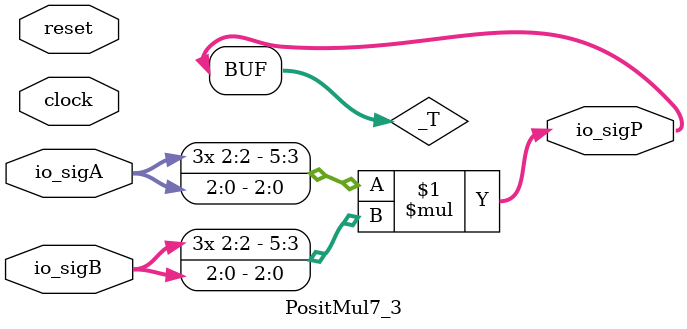
<source format=v>
module PositMul7_3(
  input        clock,
  input        reset,
  input  [2:0] io_sigA,
  input  [2:0] io_sigB,
  output [5:0] io_sigP
);
  wire [5:0] _T; // @[PositMul.scala 17:26]
  assign _T = $signed(io_sigA) * $signed(io_sigB); // @[PositMul.scala 17:26]
  assign io_sigP = $unsigned(_T); // @[PositMul.scala 17:13]
endmodule

</source>
